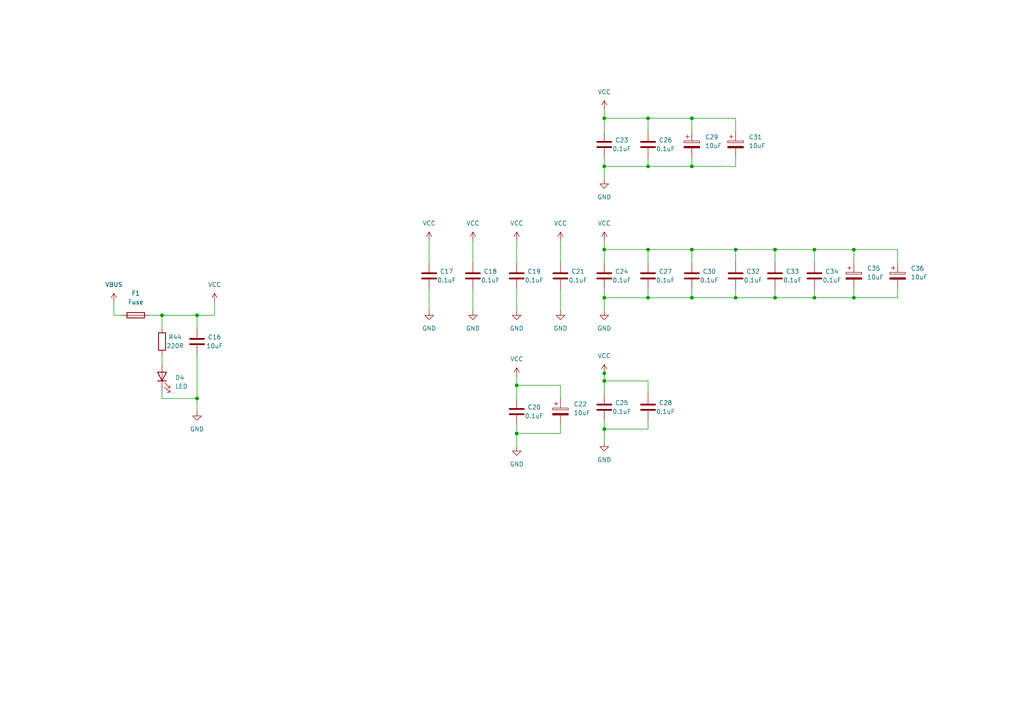
<source format=kicad_sch>
(kicad_sch (version 20211123) (generator eeschema)
  (paper "A4")
  (title_block (title "RT5XP-EXP") (date "2023-09-01") (rev "V1.2") (company "Artjom Eske"))
  (lib_symbols
    (symbol "Device:C" (pin_numbers hide) (pin_names (offset 0.254))
      (property "Reference" "C" (at 0.635 2.54 0))
      (property "Value" "C" (at 0.635 -2.54 0))
      (symbol "C_0_1"
        (polyline (pts (xy -2.032 -0.762) (xy 2.032 -0.762)) (stroke (width 0.508)))
        (polyline (pts (xy -2.032 0.762) (xy 2.032 0.762)) (stroke (width 0.508)))
      )
      (symbol "C_1_1"
        (pin passive line (at 0 3.81 270) (length 2.794) (name "~") (number "1"))
        (pin passive line (at 0 -3.81 90) (length 2.794) (name "~") (number "2"))
      )
    )
    (symbol "Device:C_Polarized" (pin_numbers hide) (pin_names (offset 0.254))
      (property "Reference" "C" (at 0.635 2.54 0))
      (property "Value" "C_Polarized" (at 0.635 -2.54 0))
      (symbol "C_Polarized_0_1"
        (rectangle (start -2.286 0.508) (end 2.286 1.016))
        (polyline (pts (xy -1.778 2.286) (xy -0.762 2.286)))
        (polyline (pts (xy -1.27 2.794) (xy -1.27 1.778)))
        (rectangle (start 2.286 -0.508) (end -2.286 -1.016) (fill (type outline)))
      )
      (symbol "C_Polarized_1_1"
        (pin passive line (at 0 3.81 270) (length 2.794) (name "~") (number "1"))
        (pin passive line (at 0 -3.81 90) (length 2.794) (name "~") (number "2"))
      )
    )
    (symbol "Device:Fuse" (pin_numbers hide) (pin_names (offset 0))
      (property "Reference" "F" (at 2.032 0 90))
      (property "Value" "Fuse" (at -1.905 0 90))
      (symbol "Fuse_0_1"
        (rectangle (start -0.762 -2.54) (end 0.762 2.54) (stroke (width 0.254)))
        (polyline (pts (xy 0 2.54) (xy 0 -2.54)))
      )
      (symbol "Fuse_1_1"
        (pin passive line (at 0 3.81 270) (length 1.27) (name "~") (number "1"))
        (pin passive line (at 0 -3.81 90) (length 1.27) (name "~") (number "2"))
      )
    )
    (symbol "Device:LED" (pin_numbers hide) (pin_names (offset 1.016) hide)
      (property "Reference" "D" (at 0 2.54 0))
      (property "Value" "LED" (at 0 -2.54 0))
      (symbol "LED_0_1"
        (polyline (pts (xy -1.27 -1.27) (xy -1.27 1.27)) (stroke (width 0.254)))
        (polyline (pts (xy -1.27 0) (xy 1.27 0)))
        (polyline (pts (xy 1.27 -1.27) (xy 1.27 1.27) (xy -1.27 0) (xy 1.27 -1.27)) (stroke (width 0.254)))
        (polyline (pts (xy -3.048 -0.762) (xy -4.572 -2.286) (xy -3.81 -2.286) (xy -4.572 -2.286) (xy -4.572 -1.524)))
        (polyline (pts (xy -1.778 -0.762) (xy -3.302 -2.286) (xy -2.54 -2.286) (xy -3.302 -2.286) (xy -3.302 -1.524)))
      )
      (symbol "LED_1_1"
        (pin passive line (at -3.81 0 0) (length 2.54) (name "K") (number "1"))
        (pin passive line (at 3.81 0 180) (length 2.54) (name "A") (number "2"))
      )
    )
    (symbol "RT5XP_EXP:R" (pin_numbers hide)
      (property "Reference" "R" (at 1.778 0 0))
      (property "Value" "R" (at 0 0 0))
      (symbol "R_0_1"
        (rectangle (start -1.016 -2.54) (end 1.016 2.54) (stroke (width 0.254)))
      )
      (symbol "R_1_1"
        (pin passive line (at 0 3.81 270) (length 1.27) (name "~") (number "1"))
        (pin passive line (at 0 -3.81 90) (length 1.27) (name "") (number "2"))
      )
    )
    (symbol "power:GND" (power) (pin_names (offset 0))
      (property "Value" "GND" (at 0 -3.81 0))
      (symbol "GND_0_1"
        (polyline (pts (xy 0 0) (xy 0 -1.27) (xy 1.27 -1.27) (xy 0 -2.54) (xy -1.27 -1.27) (xy 0 -1.27)))
      )
      (symbol "GND_1_1"
        (pin power_in line (at 0 0 270) (length 0) hide (name "GND") (number "1"))
      )
    )
    (symbol "power:VBUS" (power) (pin_names (offset 0))
      (property "Value" "VBUS" (at 0 3.81 0))
      (symbol "VBUS_0_1"
        (polyline (pts (xy -0.762 1.27) (xy 0 2.54)))
        (polyline (pts (xy 0 0) (xy 0 2.54)))
        (polyline (pts (xy 0 2.54) (xy 0.762 1.27)))
      )
      (symbol "VBUS_1_1"
        (pin power_in line (at 0 0 90) (length 0) hide (name "VBUS") (number "1"))
      )
    )
    (symbol "power:VCC" (power) (pin_names (offset 0))
      (property "Value" "VCC" (at 0 3.81 0))
      (symbol "VCC_0_1"
        (polyline (pts (xy -0.762 1.27) (xy 0 2.54)))
        (polyline (pts (xy 0 0) (xy 0 2.54)))
        (polyline (pts (xy 0 2.54) (xy 0.762 1.27)))
      )
      (symbol "VCC_1_1"
        (pin power_in line (at 0 0 90) (length 0) hide (name "VCC") (number "1"))
      )
    )
  )
  (junction (at 187.96 48.26))
  (junction (at 200.66 72.39))
  (junction (at 224.79 86.36))
  (junction (at 224.79 72.39))
  (junction (at 187.96 34.29))
  (junction (at 175.26 48.26))
  (junction (at 175.26 86.36))
  (junction (at 236.22 72.39))
  (junction (at 175.26 72.39))
  (junction (at 149.86 111.76))
  (junction (at 175.26 124.46))
  (junction (at 175.26 108.2802))
  (junction (at 187.96 72.39))
  (junction (at 200.66 48.26))
  (junction (at 247.65 86.36))
  (junction (at 175.26 110.49))
  (junction (at 57.15 91.44))
  (junction (at 175.26 34.29))
  (junction (at 213.36 72.39))
  (junction (at 46.99 91.44))
  (junction (at 187.96 86.36))
  (junction (at 57.15 115.57))
  (junction (at 149.86 125.73))
  (junction (at 200.66 86.36))
  (junction (at 213.36 86.36))
  (junction (at 247.65 72.39))
  (junction (at 200.66 34.29))
  (junction (at 236.22 86.36))
  (wire (pts (xy 57.15 91.44) (xy 62.23 91.44)))
  (wire (pts (xy 213.36 34.29) (xy 213.36 38.1)))
  (wire (pts (xy 187.96 86.36) (xy 187.96 83.82)))
  (wire (pts (xy 187.96 124.46) (xy 187.96 121.92)))
  (wire (pts (xy 162.56 83.82) (xy 162.56 90.17)))
  (wire (pts (xy 149.86 125.73) (xy 149.86 129.54)))
  (wire (pts (xy 175.26 34.29) (xy 187.96 34.29)))
  (wire (pts (xy 149.86 111.76) (xy 149.86 115.57)))
  (wire (pts (xy 175.26 86.36) (xy 187.96 86.36)))
  (wire (pts (xy 187.96 34.29) (xy 187.96 38.1)))
  (wire (pts (xy 224.79 72.39) (xy 236.22 72.39)))
  (wire (pts (xy 175.26 107.95) (xy 175.26 108.2802)))
  (wire (pts (xy 187.96 34.29) (xy 200.66 34.29)))
  (wire (pts (xy 162.56 69.85) (xy 162.56 76.2)))
  (wire (pts (xy 175.26 45.72) (xy 175.26 48.26)))
  (wire (pts (xy 260.35 86.36) (xy 260.35 83.82)))
  (wire (pts (xy 149.86 69.85) (xy 149.86 76.2)))
  (wire (pts (xy 224.79 72.39) (xy 213.36 72.39)))
  (wire (pts (xy 149.86 111.76) (xy 162.56 111.76)))
  (wire (pts (xy 149.86 83.82) (xy 149.86 90.17)))
  (wire (pts (xy 62.23 87.63) (xy 62.23 91.44)))
  (wire (pts (xy 46.99 91.44) (xy 46.99 95.25)))
  (wire (pts (xy 213.36 86.36) (xy 224.79 86.36)))
  (wire (pts (xy 33.02 91.44) (xy 35.56 91.44)))
  (wire (pts (xy 175.26 34.29) (xy 175.26 38.1)))
  (wire (pts (xy 124.46 83.82) (xy 124.46 90.17)))
  (wire (pts (xy 57.15 95.25) (xy 57.15 91.44)))
  (wire (pts (xy 57.15 102.87) (xy 57.15 115.57)))
  (wire (pts (xy 187.96 72.39) (xy 187.96 76.2)))
  (wire (pts (xy 236.22 72.39) (xy 236.22 76.2)))
  (wire (pts (xy 137.16 69.85) (xy 137.16 76.2)))
  (wire (pts (xy 247.65 86.36) (xy 260.35 86.36)))
  (wire (pts (xy 247.65 83.82) (xy 247.65 86.36)))
  (wire (pts (xy 46.99 115.57) (xy 46.99 113.03)))
  (wire (pts (xy 175.26 110.49) (xy 175.26 114.3)))
  (wire (pts (xy 236.22 72.39) (xy 247.65 72.39)))
  (wire (pts (xy 187.96 48.26) (xy 187.96 45.72)))
  (wire (pts (xy 46.99 105.41) (xy 46.99 102.87)))
  (wire (pts (xy 175.26 72.39) (xy 187.96 72.39)))
  (wire (pts (xy 57.15 115.57) (xy 57.15 119.38)))
  (wire (pts (xy 187.96 110.49) (xy 187.96 114.3)))
  (wire (pts (xy 162.56 111.76) (xy 162.56 115.57)))
  (wire (pts (xy 236.22 83.82) (xy 236.22 86.36)))
  (wire (pts (xy 175.26 83.82) (xy 175.26 86.36)))
  (wire (pts (xy 175.26 48.26) (xy 187.96 48.26)))
  (wire (pts (xy 187.96 86.36) (xy 200.66 86.36)))
  (wire (pts (xy 149.86 125.73) (xy 162.56 125.73)))
  (wire (pts (xy 33.02 91.44) (xy 33.02 87.63)))
  (wire (pts (xy 57.15 115.57) (xy 46.99 115.57)))
  (wire (pts (xy 200.66 34.29) (xy 200.66 38.1)))
  (wire (pts (xy 247.65 72.39) (xy 260.35 72.39)))
  (wire (pts (xy 260.35 72.39) (xy 260.35 76.2)))
  (wire (pts (xy 175.26 124.46) (xy 187.96 124.46)))
  (wire (pts (xy 175.26 48.26) (xy 175.26 52.07)))
  (wire (pts (xy 162.56 125.73) (xy 162.56 123.19)))
  (wire (pts (xy 175.26 69.85) (xy 175.26 72.39)))
  (wire (pts (xy 175.26 124.46) (xy 175.26 128.27)))
  (wire (pts (xy 175.26 31.75) (xy 175.26 34.29)))
  (wire (pts (xy 200.66 34.29) (xy 213.36 34.29)))
  (wire (pts (xy 224.79 86.36) (xy 236.22 86.36)))
  (wire (pts (xy 200.66 45.72) (xy 200.66 48.26)))
  (wire (pts (xy 236.22 86.36) (xy 247.65 86.36)))
  (wire (pts (xy 175.26 86.36) (xy 175.26 90.17)))
  (wire (pts (xy 149.86 123.19) (xy 149.86 125.73)))
  (wire (pts (xy 187.96 48.26) (xy 200.66 48.26)))
  (wire (pts (xy 200.66 48.26) (xy 213.36 48.26)))
  (wire (pts (xy 200.66 83.82) (xy 200.66 86.36)))
  (wire (pts (xy 43.18 91.44) (xy 46.99 91.44)))
  (wire (pts (xy 224.79 76.2) (xy 224.79 72.39)))
  (wire (pts (xy 175.26 121.92) (xy 175.26 124.46)))
  (wire (pts (xy 247.65 72.39) (xy 247.65 76.2)))
  (wire (pts (xy 200.66 86.36) (xy 213.36 86.36)))
  (wire (pts (xy 137.16 83.82) (xy 137.16 90.17)))
  (wire (pts (xy 46.99 91.44) (xy 57.15 91.44)))
  (wire (pts (xy 124.46 69.85) (xy 124.46 76.2)))
  (wire (pts (xy 200.66 72.39) (xy 213.36 72.39)))
  (wire (pts (xy 213.36 72.39) (xy 213.36 76.2)))
  (wire (pts (xy 213.36 83.82) (xy 213.36 86.36)))
  (wire (pts (xy 224.79 86.36) (xy 224.79 83.82)))
  (wire (pts (xy 175.26 108.2802) (xy 175.26 110.49)))
  (wire (pts (xy 200.66 72.39) (xy 200.66 76.2)))
  (wire (pts (xy 175.26 72.39) (xy 175.26 76.2)))
  (wire (pts (xy 213.36 45.72) (xy 213.36 48.26)))
  (wire (pts (xy 187.96 72.39) (xy 200.66 72.39)))
  (wire (pts (xy 175.26 110.49) (xy 187.96 110.49)))
  (wire (pts (xy 149.86 109.22) (xy 149.86 111.76)))
  (symbol (lib_id "Device:Fuse") (at 39.37 91.44 90) (unit 1)
    (property "Reference" "F1" (at 39.37 85.09 90))
    (property "Value" "Fuse" (at 39.37 87.63 90))
    (property "Footprint" "Fuse:Fuse_1210_3225Metric" (effects hide))
  )
  (symbol (lib_id "power:GND") (at 175.26 52.07 0) (unit 1)
    (property "Reference" "#PWR0130" (effects hide))
    (property "Value" "GND" (at 175.26 57.15 0))
  )
  (symbol (lib_id "power:VCC") (at 175.26 108.2802 0) (unit 1)
    (property "Reference" "#PWR0117" (effects hide))
    (property "Value" "VCC" (at 175.26 103.2002 0))
  )
  (symbol (lib_id "Device:C") (at 187.96 80.01 180) (unit 1)
    (property "Reference" "C27" (at 193.04 78.74 0))
    (property "Value" "0.1uF" (at 193.04 81.28 0))
    (property "Footprint" "Capacitor_SMD:C_0603_1608Metric" (effects hide))
  )
  (symbol (lib_id "Device:C") (at 236.22 80.01 180) (unit 1)
    (property "Reference" "C34" (at 241.3 78.74 0))
    (property "Value" "0.1uF" (at 241.3 81.28 0))
    (property "Footprint" "Capacitor_SMD:C_0603_1608Metric" (effects hide))
  )
  (symbol (lib_id "power:GND") (at 124.46 90.17 0) (unit 1)
    (property "Reference" "#PWR0129" (effects hide))
    (property "Value" "GND" (at 124.46 95.25 0))
  )
  (symbol (lib_id "Device:C") (at 224.79 80.01 180) (unit 1)
    (property "Reference" "C33" (at 229.87 78.74 0))
    (property "Value" "0.1uF" (at 229.87 81.28 0))
    (property "Footprint" "Capacitor_SMD:C_0603_1608Metric" (effects hide))
  )
  (symbol (lib_id "power:GND") (at 149.86 90.17 0) (unit 1)
    (property "Reference" "#PWR0118" (effects hide))
    (property "Value" "GND" (at 149.86 95.25 0))
  )
  (symbol (lib_id "Device:C") (at 149.86 80.01 180) (unit 1)
    (property "Reference" "C19" (at 154.94 78.74 0))
    (property "Value" "0.1uF" (at 154.94 81.28 0))
    (property "Footprint" "Capacitor_SMD:C_0603_1608Metric" (effects hide))
  )
  (symbol (lib_id "Device:C") (at 175.26 118.11 180) (unit 1)
    (property "Reference" "C25" (at 180.34 116.84 0))
    (property "Value" "0.1uF" (at 180.34 119.38 0))
    (property "Footprint" "Capacitor_SMD:C_0603_1608Metric" (effects hide))
  )
  (symbol (lib_id "power:VCC") (at 124.46 69.85 0) (unit 1)
    (property "Reference" "#PWR0126" (effects hide))
    (property "Value" "VCC" (at 124.46 64.77 0))
  )
  (symbol (lib_id "power:GND") (at 175.26 90.17 0) (unit 1)
    (property "Reference" "#PWR0122" (effects hide))
    (property "Value" "GND" (at 175.26 95.25 0))
  )
  (symbol (lib_id "Device:C") (at 187.96 118.11 180) (unit 1)
    (property "Reference" "C28" (at 193.04 116.84 0))
    (property "Value" "0.1uF" (at 193.04 119.38 0))
    (property "Footprint" "Capacitor_SMD:C_0603_1608Metric" (effects hide))
  )
  (symbol (lib_id "power:GND") (at 149.86 129.54 0) (unit 1)
    (property "Reference" "#PWR0115" (effects hide))
    (property "Value" "GND" (at 149.86 134.62 0))
  )
  (symbol (lib_id "Device:C") (at 187.96 41.91 180) (unit 1)
    (property "Reference" "C26" (at 193.04 40.64 0))
    (property "Value" "0.1uF" (at 193.04 43.18 0))
    (property "Footprint" "Capacitor_SMD:C_0603_1608Metric" (effects hide))
  )
  (symbol (lib_id "Device:C_Polarized") (at 213.36 41.91 0) (unit 1)
    (property "Reference" "C31" (at 217.17 39.7509 0) (effects (justify left)))
    (property "Value" "10uF" (at 217.17 42.2909 0) (effects (justify left)))
    (property "Footprint" "Capacitor_SMD:C_0603_1608Metric" (effects hide))
  )
  (symbol (lib_id "Device:C_Polarized") (at 200.66 41.91 0) (unit 1)
    (property "Reference" "C29" (at 204.47 39.7509 0) (effects (justify left)))
    (property "Value" "10uF" (at 204.47 42.2909 0) (effects (justify left)))
    (property "Footprint" "Capacitor_SMD:C_0603_1608Metric" (effects hide))
  )
  (symbol (lib_id "Device:C") (at 162.56 80.01 180) (unit 1)
    (property "Reference" "C21" (at 167.64 78.74 0))
    (property "Value" "0.1uF" (at 167.64 81.28 0))
    (property "Footprint" "Capacitor_SMD:C_0603_1608Metric" (effects hide))
  )
  (symbol (lib_id "Device:C") (at 175.26 41.91 180) (unit 1)
    (property "Reference" "C23" (at 180.34 40.64 0))
    (property "Value" "0.1uF" (at 180.34 43.18 0))
    (property "Footprint" "Capacitor_SMD:C_0603_1608Metric" (effects hide))
  )
  (symbol (lib_id "Device:C_Polarized") (at 260.35 80.01 0) (unit 1)
    (property "Reference" "C36" (at 264.16 77.8509 0) (effects (justify left)))
    (property "Value" "10uF" (at 264.16 80.3909 0) (effects (justify left)))
    (property "Footprint" "Capacitor_SMD:C_0603_1608Metric" (effects hide))
  )
  (symbol (lib_id "power:VCC") (at 62.23 87.63 0) (unit 1)
    (property "Reference" "#PWR032" (effects hide))
    (property "Value" "VCC" (at 62.23 82.55 0))
  )
  (symbol (lib_id "Device:C") (at 124.46 80.01 180) (unit 1)
    (property "Reference" "C17" (at 129.54 78.74 0))
    (property "Value" "0.1uF" (at 129.54 81.28 0))
    (property "Footprint" "Capacitor_SMD:C_0603_1608Metric" (effects hide))
  )
  (symbol (lib_id "power:GND") (at 137.16 90.17 0) (unit 1)
    (property "Reference" "#PWR0128" (effects hide))
    (property "Value" "GND" (at 137.16 95.25 0))
  )
  (symbol (lib_id "Device:C") (at 175.26 80.01 180) (unit 1)
    (property "Reference" "C24" (at 180.34 78.74 0))
    (property "Value" "0.1uF" (at 180.34 81.28 0))
    (property "Footprint" "Capacitor_SMD:C_0603_1608Metric" (effects hide))
  )
  (symbol (lib_id "power:VCC") (at 137.16 69.85 0) (unit 1)
    (property "Reference" "#PWR0127" (effects hide))
    (property "Value" "VCC" (at 137.16 64.77 0))
  )
  (symbol (lib_id "Device:LED") (at 46.99 109.22 90) (unit 1)
    (property "Reference" "D4" (at 50.8 109.5374 90) (effects (justify right)))
    (property "Value" "LED" (at 50.8 112.0774 90) (effects (justify right)))
    (property "Footprint" "LED_SMD:LED_0603_1608Metric" (effects hide))
  )
  (symbol (lib_id "power:VCC") (at 175.26 69.85 0) (unit 1)
    (property "Reference" "#PWR0121" (effects hide))
    (property "Value" "VCC" (at 175.26 64.77 0))
  )
  (symbol (lib_id "power:GND") (at 57.15 119.38 0) (unit 1)
    (property "Reference" "#PWR031" (effects hide))
    (property "Value" "GND" (at 57.15 124.46 0))
  )
  (symbol (lib_id "RT5XP_EXP:R") (at 46.99 99.06 180) (unit 1)
    (property "Reference" "R44" (at 50.8 97.79 0))
    (property "Value" "220R" (at 50.8 100.33 0))
    (property "Footprint" "RT5XP-EXP:R_0603" (effects hide))
  )
  (symbol (lib_id "power:VCC") (at 175.26 31.75 0) (unit 1)
    (property "Reference" "#PWR0120" (effects hide))
    (property "Value" "VCC" (at 175.26 26.67 0))
  )
  (symbol (lib_id "Device:C") (at 213.36 80.01 180) (unit 1)
    (property "Reference" "C32" (at 218.44 78.74 0))
    (property "Value" "0.1uF" (at 218.44 81.28 0))
    (property "Footprint" "Capacitor_SMD:C_0603_1608Metric" (effects hide))
  )
  (symbol (lib_id "Device:C_Polarized") (at 247.65 80.01 0) (unit 1)
    (property "Reference" "C35" (at 251.46 77.8509 0) (effects (justify left)))
    (property "Value" "10uF" (at 251.46 80.3909 0) (effects (justify left)))
    (property "Footprint" "Capacitor_SMD:C_0603_1608Metric" (effects hide))
  )
  (symbol (lib_id "Device:C") (at 200.66 80.01 180) (unit 1)
    (property "Reference" "C30" (at 205.74 78.74 0))
    (property "Value" "0.1uF" (at 205.74 81.28 0))
    (property "Footprint" "Capacitor_SMD:C_0603_1608Metric" (effects hide))
  )
  (symbol (lib_id "power:VBUS") (at 33.02 87.63 0) (unit 1)
    (property "Reference" "#PWR029" (effects hide))
    (property "Value" "VBUS" (at 33.02 82.55 0))
  )
  (symbol (lib_id "power:VCC") (at 162.56 69.85 0) (unit 1)
    (property "Reference" "#PWR0124" (effects hide))
    (property "Value" "VCC" (at 162.56 64.77 0))
  )
  (symbol (lib_id "power:GND") (at 175.26 128.27 0) (unit 1)
    (property "Reference" "#PWR0116" (effects hide))
    (property "Value" "GND" (at 175.26 133.35 0))
  )
  (symbol (lib_id "Device:C") (at 137.16 80.01 180) (unit 1)
    (property "Reference" "C18" (at 142.24 78.74 0))
    (property "Value" "0.1uF" (at 142.24 81.28 0))
    (property "Footprint" "Capacitor_SMD:C_0603_1608Metric" (effects hide))
  )
  (symbol (lib_id "Device:C") (at 149.86 119.38 180) (unit 1)
    (property "Reference" "C20" (at 154.94 118.11 0))
    (property "Value" "0.1uF" (at 154.94 120.65 0))
    (property "Footprint" "Capacitor_SMD:C_0603_1608Metric" (effects hide))
  )
  (symbol (lib_id "power:VCC") (at 149.86 69.85 0) (unit 1)
    (property "Reference" "#PWR0125" (effects hide))
    (property "Value" "VCC" (at 149.86 64.77 0))
  )
  (symbol (lib_id "power:GND") (at 162.56 90.17 0) (unit 1)
    (property "Reference" "#PWR0123" (effects hide))
    (property "Value" "GND" (at 162.56 95.25 0))
  )
  (symbol (lib_id "Device:C_Polarized") (at 162.56 119.38 0) (unit 1)
    (property "Reference" "C22" (at 166.37 117.2209 0) (effects (justify left)))
    (property "Value" "10uF" (at 166.37 119.7609 0) (effects (justify left)))
    (property "Footprint" "Capacitor_SMD:C_0603_1608Metric" (effects hide))
  )
  (symbol (lib_id "Device:C") (at 57.15 99.06 180) (unit 1)
    (property "Reference" "C16" (at 62.23 97.79 0))
    (property "Value" "10uF" (at 62.23 100.33 0))
    (property "Footprint" "Capacitor_SMD:C_0805_2012Metric" (effects hide))
  )
  (symbol (lib_id "power:VCC") (at 149.86 109.22 0) (unit 1)
    (property "Reference" "#PWR0119" (effects hide))
    (property "Value" "VCC" (at 149.86 104.14 0))
  )
)
</source>
